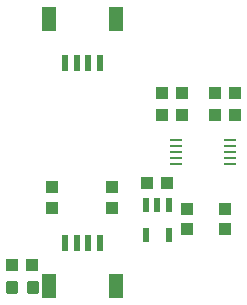
<source format=gtp>
G04 EAGLE Gerber RS-274X export*
G75*
%MOMM*%
%FSLAX34Y34*%
%LPD*%
%INSolderpaste Top*%
%IPPOS*%
%AMOC8*
5,1,8,0,0,1.08239X$1,22.5*%
G01*
%ADD10R,1.200000X2.000000*%
%ADD11R,0.600000X1.350000*%
%ADD12R,1.100000X0.250000*%
%ADD13R,1.100000X1.000000*%
%ADD14R,1.000000X1.100000*%
%ADD15R,0.550000X1.200000*%
%ADD16C,0.300000*%


D10*
X99000Y26750D03*
X155000Y26750D03*
D11*
X112000Y63500D03*
X122000Y63500D03*
X132000Y63500D03*
X142000Y63500D03*
D12*
X206010Y134875D03*
X206010Y139875D03*
X206010Y144875D03*
X206010Y149875D03*
X206010Y129825D03*
X252260Y134875D03*
X252260Y139875D03*
X252260Y144875D03*
X252260Y149875D03*
X252260Y129825D03*
D10*
X155000Y252650D03*
X99000Y252650D03*
D11*
X142000Y215900D03*
X132000Y215900D03*
X122000Y215900D03*
X112000Y215900D03*
D13*
X211700Y190500D03*
X194700Y190500D03*
X239150Y171450D03*
X256150Y171450D03*
X211700Y171450D03*
X194700Y171450D03*
X239150Y190500D03*
X256150Y190500D03*
D14*
X152400Y93100D03*
X152400Y110100D03*
X101600Y93100D03*
X101600Y110100D03*
D15*
X200000Y95551D03*
X190500Y95551D03*
X181000Y95551D03*
X181000Y69549D03*
X200000Y69549D03*
D13*
X199000Y114300D03*
X182000Y114300D03*
D14*
X215900Y74685D03*
X215900Y91685D03*
X247650Y74685D03*
X247650Y91685D03*
D13*
X84700Y44450D03*
X67700Y44450D03*
D16*
X81470Y28900D02*
X81470Y21900D01*
X81470Y28900D02*
X88470Y28900D01*
X88470Y21900D01*
X81470Y21900D01*
X81470Y24750D02*
X88470Y24750D01*
X88470Y27600D02*
X81470Y27600D01*
X63930Y28900D02*
X63930Y21900D01*
X63930Y28900D02*
X70930Y28900D01*
X70930Y21900D01*
X63930Y21900D01*
X63930Y24750D02*
X70930Y24750D01*
X70930Y27600D02*
X63930Y27600D01*
M02*

</source>
